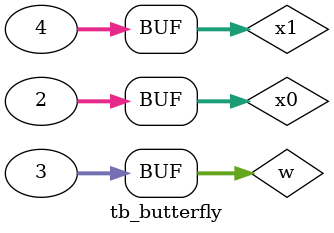
<source format=v>
`timescale 1ns / 1ps


module tb_butterfly;
    reg [31:0] x0, x1, w;
    wire [31:0] a0, a1;
    butterfly uut(.x0(x0), .x1(x1), .w(w), .a0(a0), .a1(a1));
    initial 
        begin
            #1 x0 <= 1; x1 <= 3; w <= 1;
            #1 x0 <= 2; x1 <= 4; w <= 3;
        end
endmodule

</source>
